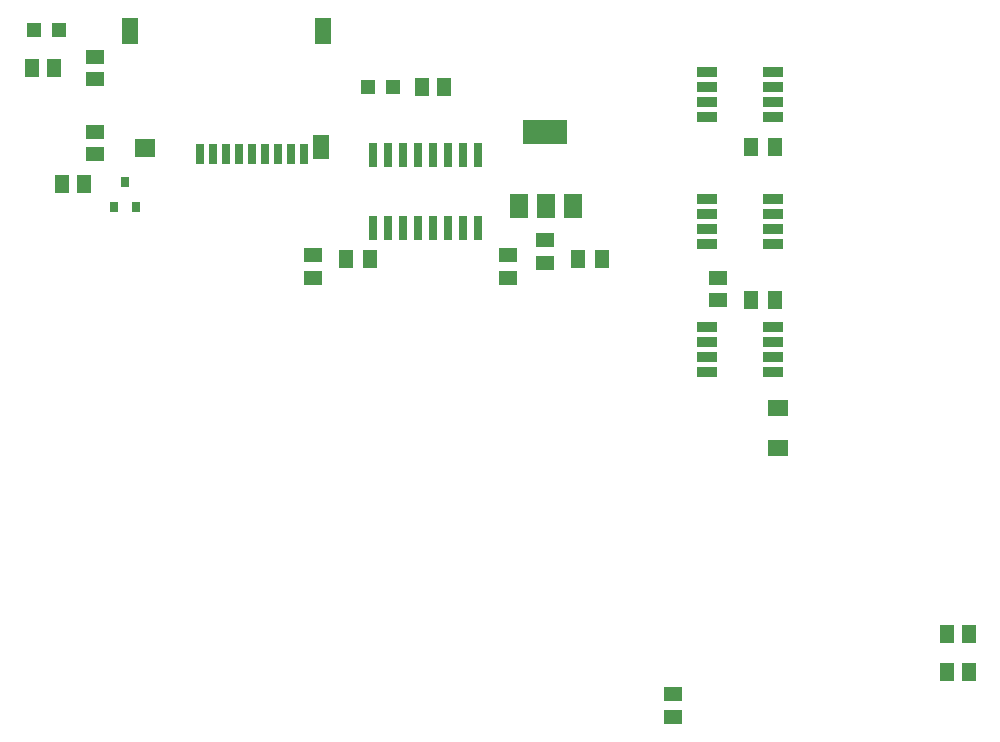
<source format=gtp>
G75*
G70*
%OFA0B0*%
%FSLAX24Y24*%
%IPPOS*%
%LPD*%
%AMOC8*
5,1,8,0,0,1.08239X$1,22.5*
%
%ADD10R,0.0512X0.0630*%
%ADD11R,0.0630X0.0512*%
%ADD12R,0.0315X0.0354*%
%ADD13R,0.0590X0.0790*%
%ADD14R,0.1500X0.0790*%
%ADD15R,0.0260X0.0800*%
%ADD16R,0.0472X0.0472*%
%ADD17R,0.0709X0.0551*%
%ADD18R,0.0700X0.0360*%
%ADD19R,0.0315X0.0709*%
%ADD20R,0.0551X0.0787*%
%ADD21R,0.0551X0.0866*%
%ADD22R,0.0709X0.0630*%
D10*
X029536Y023663D03*
X030324Y023663D03*
X037286Y023663D03*
X038074Y023663D03*
X043036Y022288D03*
X043824Y022288D03*
X043824Y027413D03*
X043036Y027413D03*
X032804Y029413D03*
X032056Y029413D03*
X020804Y026163D03*
X020056Y026163D03*
X019804Y030038D03*
X019056Y030038D03*
X049556Y011163D03*
X050304Y011163D03*
X050304Y009913D03*
X049556Y009913D03*
D11*
X040430Y008414D03*
X040430Y009162D03*
X041930Y022289D03*
X041930Y023037D03*
X036180Y023519D03*
X036180Y024307D03*
X034930Y023787D03*
X034930Y023039D03*
X028430Y023039D03*
X028430Y023787D03*
X021180Y027164D03*
X021180Y027912D03*
X021180Y029664D03*
X021180Y030412D03*
D12*
X022180Y026221D03*
X021806Y025394D03*
X022554Y025394D03*
D13*
X035290Y025423D03*
X036190Y025423D03*
X037090Y025423D03*
D14*
X036180Y027903D03*
D15*
X033930Y027123D03*
X033430Y027123D03*
X032930Y027123D03*
X032430Y027123D03*
X031930Y027123D03*
X031430Y027123D03*
X030930Y027123D03*
X030430Y027123D03*
X030430Y024703D03*
X030930Y024703D03*
X031430Y024703D03*
X031930Y024703D03*
X032430Y024703D03*
X032930Y024703D03*
X033430Y024703D03*
X033930Y024703D03*
D16*
X031093Y029413D03*
X030267Y029413D03*
X019968Y031288D03*
X019142Y031288D03*
D17*
X043930Y018707D03*
X043930Y017369D03*
D18*
X043780Y019913D03*
X043780Y020413D03*
X043780Y020913D03*
X043780Y021413D03*
X041580Y021413D03*
X041580Y020913D03*
X041580Y020413D03*
X041580Y019913D03*
X041580Y024163D03*
X041580Y024663D03*
X041580Y025163D03*
X041580Y025663D03*
X043780Y025663D03*
X043780Y025163D03*
X043780Y024663D03*
X043780Y024163D03*
X043780Y028413D03*
X043780Y028913D03*
X043780Y029413D03*
X043780Y029913D03*
X041580Y029913D03*
X041580Y029413D03*
X041580Y028913D03*
X041580Y028413D03*
D19*
X028129Y027163D03*
X027696Y027163D03*
X027263Y027163D03*
X026830Y027163D03*
X026397Y027163D03*
X025963Y027163D03*
X025530Y027163D03*
X025097Y027163D03*
X024664Y027163D03*
D20*
X028700Y027399D03*
D21*
X028759Y031277D03*
X022341Y031277D03*
D22*
X022834Y027360D03*
M02*

</source>
